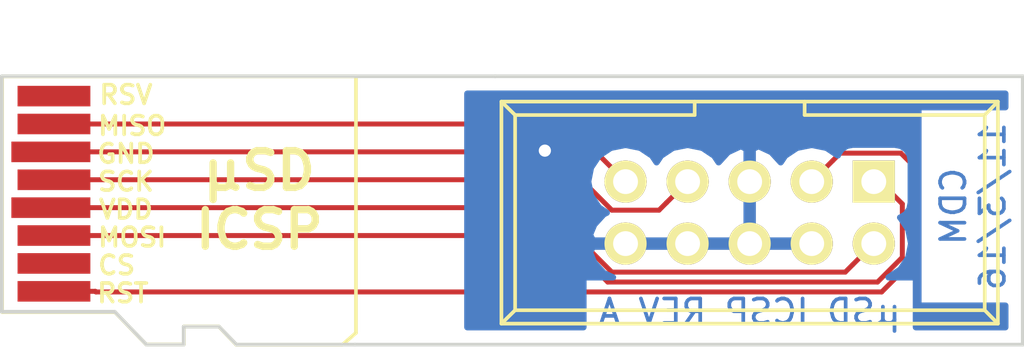
<source format=kicad_pcb>
(kicad_pcb (version 4) (host pcbnew 4.0.4+dfsg1-stable)

  (general
    (links 10)
    (no_connects 0)
    (area 126.861478 95.8038 168.985001 110.490001)
    (thickness 1.6)
    (drawings 17)
    (tracks 33)
    (zones 0)
    (modules 2)
    (nets 9)
  )

  (page A4)
  (layers
    (0 F.Cu signal)
    (31 B.Cu signal)
    (32 B.Adhes user)
    (33 F.Adhes user)
    (34 B.Paste user)
    (35 F.Paste user)
    (36 B.SilkS user)
    (37 F.SilkS user)
    (38 B.Mask user)
    (39 F.Mask user)
    (40 Dwgs.User user)
    (41 Cmts.User user)
    (42 Eco1.User user)
    (43 Eco2.User user)
    (44 Edge.Cuts user)
    (45 Margin user)
    (46 B.CrtYd user)
    (47 F.CrtYd user)
    (48 B.Fab user)
    (49 F.Fab user)
  )

  (setup
    (last_trace_width 0.2032)
    (trace_clearance 0.2032)
    (zone_clearance 0.508)
    (zone_45_only no)
    (trace_min 0.2)
    (segment_width 0.2)
    (edge_width 0.15)
    (via_size 1)
    (via_drill 0.5)
    (via_min_size 0.4)
    (via_min_drill 0.3)
    (uvia_size 0.3)
    (uvia_drill 0.1)
    (uvias_allowed no)
    (uvia_min_size 0)
    (uvia_min_drill 0)
    (pcb_text_width 0.3)
    (pcb_text_size 1.5 1.5)
    (mod_edge_width 0.15)
    (mod_text_size 1 1)
    (mod_text_width 0.15)
    (pad_size 1.524 1.524)
    (pad_drill 0.762)
    (pad_to_mask_clearance 0.2)
    (aux_axis_origin 0 0)
    (visible_elements FFFFFF7F)
    (pcbplotparams
      (layerselection 0x010f0_80000001)
      (usegerberextensions true)
      (excludeedgelayer true)
      (linewidth 0.100000)
      (plotframeref false)
      (viasonmask false)
      (mode 1)
      (useauxorigin false)
      (hpglpennumber 1)
      (hpglpenspeed 20)
      (hpglpendiameter 15)
      (hpglpenoverlay 2)
      (psnegative false)
      (psa4output false)
      (plotreference true)
      (plotvalue true)
      (plotinvisibletext false)
      (padsonsilk false)
      (subtractmaskfromsilk false)
      (outputformat 1)
      (mirror false)
      (drillshape 0)
      (scaleselection 1)
      (outputdirectory "ARCU ICSP REV A RELEASE GERBER"))
  )

  (net 0 "")
  (net 1 GND)
  (net 2 "Net-(P1-Pad2)")
  (net 3 MOSI)
  (net 4 VDD)
  (net 5 SCK)
  (net 6 MISO)
  (net 7 "Net-(P1-Pad8)")
  (net 8 RST)

  (net_class Default "This is the default net class."
    (clearance 0.2032)
    (trace_width 0.2032)
    (via_dia 1)
    (via_drill 0.5)
    (uvia_dia 0.3)
    (uvia_drill 0.1)
    (add_net GND)
    (add_net MISO)
    (add_net MOSI)
    (add_net "Net-(P1-Pad2)")
    (add_net "Net-(P1-Pad8)")
    (add_net RST)
    (add_net SCK)
    (add_net VDD)
  )

  (module Connect:IDC_Header_Straight_10pins (layer F.Cu) (tedit 581A6813) (tstamp 581A1B4A)
    (at 162.814 103.378 180)
    (descr "10 pins through hole IDC header")
    (tags "IDC header socket VASCH")
    (path /581A17FC)
    (fp_text reference P2 (at 18.034 3.302 180) (layer F.SilkS) hide
      (effects (font (size 1 1) (thickness 0.15)))
    )
    (fp_text value ICSP (at 5.08 5.223 180) (layer F.Fab)
      (effects (font (size 1 1) (thickness 0.15)))
    )
    (fp_line (start -5.08 -5.82) (end 15.24 -5.82) (layer F.SilkS) (width 0.15))
    (fp_line (start -4.54 -5.27) (end 14.68 -5.27) (layer F.SilkS) (width 0.15))
    (fp_line (start -5.08 3.28) (end 15.24 3.28) (layer F.SilkS) (width 0.15))
    (fp_line (start -4.54 2.73) (end 2.83 2.73) (layer F.SilkS) (width 0.15))
    (fp_line (start 7.33 2.73) (end 14.68 2.73) (layer F.SilkS) (width 0.15))
    (fp_line (start 2.83 2.73) (end 2.83 3.28) (layer F.SilkS) (width 0.15))
    (fp_line (start 7.33 2.73) (end 7.33 3.28) (layer F.SilkS) (width 0.15))
    (fp_line (start -5.08 -5.82) (end -5.08 3.28) (layer F.SilkS) (width 0.15))
    (fp_line (start -4.54 -5.27) (end -4.54 2.73) (layer F.SilkS) (width 0.15))
    (fp_line (start 15.24 -5.82) (end 15.24 3.28) (layer F.SilkS) (width 0.15))
    (fp_line (start 14.68 -5.27) (end 14.68 2.73) (layer F.SilkS) (width 0.15))
    (fp_line (start -5.08 -5.82) (end -4.54 -5.27) (layer F.SilkS) (width 0.15))
    (fp_line (start 15.24 -5.82) (end 14.68 -5.27) (layer F.SilkS) (width 0.15))
    (fp_line (start -5.08 3.28) (end -4.54 2.73) (layer F.SilkS) (width 0.15))
    (fp_line (start 15.24 3.28) (end 14.68 2.73) (layer F.SilkS) (width 0.15))
    (fp_line (start -5.35 -6.05) (end 15.5 -6.05) (layer F.CrtYd) (width 0.05))
    (fp_line (start 15.5 -6.05) (end 15.5 3.55) (layer F.CrtYd) (width 0.05))
    (fp_line (start 15.5 3.55) (end -5.35 3.55) (layer F.CrtYd) (width 0.05))
    (fp_line (start -5.35 3.55) (end -5.35 -6.05) (layer F.CrtYd) (width 0.05))
    (pad 1 thru_hole rect (at 0 0 180) (size 1.7272 1.7272) (drill 1.016) (layers *.Cu *.Mask F.SilkS)
      (net 3 MOSI))
    (pad 2 thru_hole oval (at 0 -2.54 180) (size 1.7272 1.7272) (drill 1.016) (layers *.Cu *.Mask F.SilkS)
      (net 4 VDD))
    (pad 3 thru_hole oval (at 2.54 0 180) (size 1.7272 1.7272) (drill 1.016) (layers *.Cu *.Mask F.SilkS)
      (net 8 RST))
    (pad 4 thru_hole oval (at 2.54 -2.54 180) (size 1.7272 1.7272) (drill 1.016) (layers *.Cu *.Mask F.SilkS)
      (net 1 GND))
    (pad 5 thru_hole oval (at 5.08 0 180) (size 1.7272 1.7272) (drill 1.016) (layers *.Cu *.Mask F.SilkS)
      (net 1 GND))
    (pad 6 thru_hole oval (at 5.08 -2.54 180) (size 1.7272 1.7272) (drill 1.016) (layers *.Cu *.Mask F.SilkS)
      (net 1 GND))
    (pad 7 thru_hole oval (at 7.62 0 180) (size 1.7272 1.7272) (drill 1.016) (layers *.Cu *.Mask F.SilkS)
      (net 5 SCK))
    (pad 8 thru_hole oval (at 7.62 -2.54 180) (size 1.7272 1.7272) (drill 1.016) (layers *.Cu *.Mask F.SilkS)
      (net 1 GND))
    (pad 9 thru_hole oval (at 10.16 0 180) (size 1.7272 1.7272) (drill 1.016) (layers *.Cu *.Mask F.SilkS)
      (net 6 MISO))
    (pad 10 thru_hole oval (at 10.16 -2.54 180) (size 1.7272 1.7272) (drill 1.016) (layers *.Cu *.Mask F.SilkS)
      (net 1 GND))
  )

  (module "UT ROCKETRY MOD:MicroSD" (layer F.Cu) (tedit 581A6745) (tstamp 581A1B37)
    (at 134.874 97.282)
    (path /581A1766)
    (fp_text reference P1 (at 5.588 2.794) (layer F.SilkS) hide
      (effects (font (size 1 1) (thickness 0.15)))
    )
    (fp_text value MicroSD (at 0 -0.5) (layer F.Fab)
      (effects (font (size 1 1) (thickness 0.15)))
    )
    (fp_text user SCK (at -2.667 6.096) (layer F.SilkS)
      (effects (font (size 0.762 0.762) (thickness 0.15)))
    )
    (fp_text user MOSI (at -2.413 8.382) (layer F.SilkS)
      (effects (font (size 0.762 0.762) (thickness 0.15)))
    )
    (fp_text user MISO (at -2.413 3.81) (layer F.SilkS)
      (effects (font (size 0.762 0.762) (thickness 0.15)))
    )
    (fp_text user VDD (at -2.667 7.239) (layer F.SilkS)
      (effects (font (size 0.762 0.762) (thickness 0.15)))
    )
    (fp_text user GND (at -2.667 4.953) (layer F.SilkS)
      (effects (font (size 0.762 0.762) (thickness 0.15)))
    )
    (fp_text user CS (at -3.048 9.525) (layer F.SilkS)
      (effects (font (size 0.762 0.762) (thickness 0.15)))
    )
    (fp_line (start -1.84035 12.768693) (end -3.121031 11.445558) (layer F.SilkS) (width 0.15))
    (fp_line (start -7.734321 1.782866) (end 6.746096 1.782866) (layer F.SilkS) (width 0.15))
    (fp_line (start 1.131397 12.032832) (end -0.297872 12.032832) (layer F.SilkS) (width 0.15))
    (fp_line (start 6.190442 12.782844) (end 1.846031 12.782844) (layer F.SilkS) (width 0.15))
    (fp_line (start -3.121031 11.445558) (end -7.734321 11.445558) (layer F.SilkS) (width 0.15))
    (fp_line (start 6.746096 12.295154) (end 6.190442 12.782844) (layer F.SilkS) (width 0.15))
    (fp_line (start 6.746096 1.782866) (end 6.746096 12.295154) (layer F.SilkS) (width 0.15))
    (fp_line (start 1.846031 12.782844) (end 1.131397 12.032832) (layer F.SilkS) (width 0.15))
    (fp_line (start -7.734321 11.445558) (end -7.734321 1.782866) (layer F.SilkS) (width 0.15))
    (fp_line (start -0.297872 12.032832) (end -0.297872 12.768693) (layer F.SilkS) (width 0.15))
    (fp_line (start -0.297872 12.768693) (end -1.84035 12.768693) (layer F.SilkS) (width 0.15))
    (pad 6 smd rect (at -5.7404 4.8768) (size 3.23342 0.84328) (layers F.Cu F.Paste F.Mask)
      (net 1 GND))
    (pad 1 smd rect (at -5.6134 10.5918) (size 2.97942 0.84328) (layers F.Cu F.Paste F.Mask)
      (net 8 RST))
    (pad 2 smd rect (at -5.6134 9.4488) (size 2.97942 0.84328) (layers F.Cu F.Paste F.Mask)
      (net 2 "Net-(P1-Pad2)"))
    (pad 3 smd rect (at -5.6134 8.3058) (size 2.97942 0.84328) (layers F.Cu F.Paste F.Mask)
      (net 3 MOSI))
    (pad 4 smd rect (at -5.7404 7.1628) (size 3.23342 0.84328) (layers F.Cu F.Paste F.Mask)
      (net 4 VDD))
    (pad 5 smd rect (at -5.6134 6.0198) (size 2.97942 0.84328) (layers F.Cu F.Paste F.Mask)
      (net 5 SCK))
    (pad 7 smd rect (at -5.6134 3.7338) (size 2.97942 0.84328) (layers F.Cu F.Paste F.Mask)
      (net 6 MISO))
    (pad 8 smd rect (at -5.6134 2.5908) (size 2.97942 0.84328) (layers F.Cu F.Paste F.Mask)
      (net 7 "Net-(P1-Pad8)"))
  )

  (gr_text "μSD ICSP REV A" (at 157.734 108.712) (layer B.Cu)
    (effects (font (size 1 1) (thickness 0.15)) (justify mirror))
  )
  (gr_text "CDM\n11/3/16" (at 166.878 104.394 90) (layer B.Cu)
    (effects (font (size 1 1) (thickness 0.15)) (justify mirror))
  )
  (gr_text "μSD\nICSP" (at 137.668 104.14) (layer F.SilkS)
    (effects (font (size 1.5 1.5) (thickness 0.3)))
  )
  (gr_text "RSV\n" (at 132.207 99.822) (layer F.SilkS) (tstamp 581A66BC)
    (effects (font (size 0.762 0.762) (thickness 0.15)))
  )
  (gr_text RST (at 132.08 107.95) (layer F.SilkS)
    (effects (font (size 0.762 0.762) (thickness 0.15)))
  )
  (gr_line (start 168.91 99.06) (end 168.91 110.0582) (layer Edge.Cuts) (width 0.15))
  (gr_line (start 141.5796 110.0582) (end 168.91 110.0582) (layer Edge.Cuts) (width 0.15))
  (gr_line (start 147.32 99.06) (end 168.91 99.06) (layer Edge.Cuts) (width 0.15))
  (gr_line (start 133.0452 110.0582) (end 134.5692 110.0582) (layer Edge.Cuts) (width 0.15))
  (gr_line (start 131.7498 108.712) (end 133.0452 110.0582) (layer Edge.Cuts) (width 0.15))
  (gr_line (start 127.127 108.712) (end 131.7498 108.712) (layer Edge.Cuts) (width 0.15))
  (gr_line (start 127.127 99.06) (end 127.127 108.712) (layer Edge.Cuts) (width 0.15))
  (gr_line (start 136.7282 110.0582) (end 141.5796 110.0582) (layer Edge.Cuts) (width 0.15))
  (gr_line (start 136.017 109.3216) (end 136.7282 110.0582) (layer Edge.Cuts) (width 0.15))
  (gr_line (start 134.5692 109.3216) (end 136.017 109.3216) (layer Edge.Cuts) (width 0.15))
  (gr_line (start 134.5692 110.0582) (end 134.5692 109.3216) (layer Edge.Cuts) (width 0.15))
  (gr_line (start 127.127 99.06) (end 147.32 99.06) (layer Edge.Cuts) (width 0.15))

  (segment (start 129.1336 102.1588) (end 149.3012 102.1588) (width 0.2032) (layer F.Cu) (net 1))
  (segment (start 149.3012 102.1588) (end 149.352 102.108) (width 0.2032) (layer F.Cu) (net 1))
  (via (at 149.352 102.108) (size 0.8) (drill 0.5) (layers F.Cu B.Cu) (net 1))
  (segment (start 129.2606 105.5878) (end 150.019816 105.5878) (width 0.2032) (layer F.Cu) (net 3))
  (segment (start 150.019816 105.5878) (end 151.924827 107.492811) (width 0.2032) (layer F.Cu) (net 3))
  (segment (start 151.924827 107.492811) (end 162.968423 107.492811) (width 0.2032) (layer F.Cu) (net 3))
  (segment (start 162.968423 107.492811) (end 163.982401 106.478833) (width 0.2032) (layer F.Cu) (net 3))
  (segment (start 163.982401 106.478833) (end 163.982401 104.292401) (width 0.2032) (layer F.Cu) (net 3))
  (segment (start 163.982401 104.292401) (end 163.068 103.378) (width 0.2032) (layer F.Cu) (net 3))
  (segment (start 163.068 103.378) (end 162.814 103.378) (width 0.2032) (layer F.Cu) (net 3))
  (segment (start 129.1336 104.4448) (end 149.451566 104.4448) (width 0.2032) (layer F.Cu) (net 4))
  (segment (start 149.451566 104.4448) (end 152.093167 107.086401) (width 0.2032) (layer F.Cu) (net 4))
  (segment (start 152.093167 107.086401) (end 161.645599 107.086401) (width 0.2032) (layer F.Cu) (net 4))
  (segment (start 161.645599 107.086401) (end 161.950401 106.781599) (width 0.2032) (layer F.Cu) (net 4))
  (segment (start 161.950401 106.781599) (end 162.814 105.918) (width 0.2032) (layer F.Cu) (net 4))
  (segment (start 129.2606 103.3018) (end 150.848566 103.3018) (width 0.2032) (layer F.Cu) (net 5))
  (segment (start 150.848566 103.3018) (end 152.093167 104.546401) (width 0.2032) (layer F.Cu) (net 5))
  (segment (start 152.093167 104.546401) (end 154.025599 104.546401) (width 0.2032) (layer F.Cu) (net 5))
  (segment (start 154.025599 104.546401) (end 154.330401 104.241599) (width 0.2032) (layer F.Cu) (net 5))
  (segment (start 154.330401 104.241599) (end 155.194 103.378) (width 0.2032) (layer F.Cu) (net 5))
  (segment (start 129.2606 101.0158) (end 150.2918 101.0158) (width 0.2032) (layer F.Cu) (net 6))
  (segment (start 150.2918 101.0158) (end 152.654 103.378) (width 0.2032) (layer F.Cu) (net 6))
  (segment (start 129.2606 107.8738) (end 130.95351 107.8738) (width 0.2032) (layer F.Cu) (net 8))
  (segment (start 130.95351 107.8738) (end 130.97893 107.89922) (width 0.2032) (layer F.Cu) (net 8))
  (segment (start 130.97893 107.89922) (end 163.136764 107.89922) (width 0.2032) (layer F.Cu) (net 8))
  (segment (start 163.136764 107.89922) (end 164.388811 106.647173) (width 0.2032) (layer F.Cu) (net 8))
  (segment (start 164.388811 106.647173) (end 164.388811 102.676969) (width 0.2032) (layer F.Cu) (net 8))
  (segment (start 164.388811 102.676969) (end 163.921441 102.209599) (width 0.2032) (layer F.Cu) (net 8))
  (segment (start 161.442401 102.209599) (end 161.137599 102.514401) (width 0.2032) (layer F.Cu) (net 8))
  (segment (start 161.137599 102.514401) (end 160.274 103.378) (width 0.2032) (layer F.Cu) (net 8))
  (segment (start 163.921441 102.209599) (end 161.442401 102.209599) (width 0.2032) (layer F.Cu) (net 8))
  (segment (start 129.2606 107.8738) (end 130.32867 107.8738) (width 0.2032) (layer F.Cu) (net 8))
  (segment (start 130.32867 107.8738) (end 130.35409 107.89922) (width 0.2032) (layer F.Cu) (net 8))

  (zone (net 2) (net_name "Net-(P1-Pad2)") (layer F.Cu) (tstamp 0) (hatch edge 0.508)
    (connect_pads (clearance 0.508))
    (min_thickness 0.254)
    (fill yes (arc_segments 16) (thermal_gap 0.508) (thermal_bridge_width 0.508))
    (polygon
      (pts
        (xy 146.05 99.06) (xy 168.91 99.06) (xy 168.91 110.49) (xy 146.05 110.49)
      )
    )
  )
  (zone (net 1) (net_name GND) (layer B.Cu) (tstamp 0) (hatch edge 0.508)
    (connect_pads (clearance 0.508))
    (min_thickness 0.254)
    (fill yes (arc_segments 16) (thermal_gap 0.508) (thermal_bridge_width 0.508))
    (polygon
      (pts
        (xy 146.05 99.06) (xy 168.91 99.06) (xy 168.91 110.49) (xy 146.05 110.49)
      )
    )
    (filled_polygon
      (pts
        (xy 168.2 100.330428) (xy 164.643 100.330428) (xy 164.643 108.457571) (xy 168.2 108.457571) (xy 168.2 109.3482)
        (xy 164.535667 109.3482) (xy 164.535667 107.302) (xy 163.417635 107.302) (xy 163.903029 106.97767) (xy 164.227885 106.491489)
        (xy 164.341959 105.918) (xy 164.227885 105.344511) (xy 163.903029 104.85833) (xy 163.889358 104.849195) (xy 163.912917 104.844762)
        (xy 164.129041 104.70569) (xy 164.274031 104.49349) (xy 164.32504 104.2416) (xy 164.32504 102.5144) (xy 164.280762 102.279083)
        (xy 164.14169 102.062959) (xy 163.92949 101.917969) (xy 163.6776 101.86696) (xy 161.9504 101.86696) (xy 161.715083 101.911238)
        (xy 161.498959 102.05031) (xy 161.353969 102.26251) (xy 161.345092 102.306345) (xy 160.876848 101.993474) (xy 160.303359 101.8794)
        (xy 160.244641 101.8794) (xy 159.671152 101.993474) (xy 159.184971 102.31833) (xy 159.004008 102.589161) (xy 158.62249 102.171179)
        (xy 158.093027 101.923032) (xy 157.861 102.043531) (xy 157.861 103.251) (xy 157.881 103.251) (xy 157.881 103.505)
        (xy 157.861 103.505) (xy 157.861 105.791) (xy 160.147 105.791) (xy 160.147 105.771) (xy 160.401 105.771)
        (xy 160.401 105.791) (xy 160.421 105.791) (xy 160.421 106.045) (xy 160.401 106.045) (xy 160.401 106.065)
        (xy 160.147 106.065) (xy 160.147 106.045) (xy 157.861 106.045) (xy 157.861 106.065) (xy 157.607 106.065)
        (xy 157.607 106.045) (xy 155.321 106.045) (xy 155.321 106.065) (xy 155.067 106.065) (xy 155.067 106.045)
        (xy 152.781 106.045) (xy 152.781 106.065) (xy 152.527 106.065) (xy 152.527 106.045) (xy 151.320183 106.045)
        (xy 151.199042 106.277026) (xy 151.371312 106.692947) (xy 151.76551 107.124821) (xy 152.143551 107.302) (xy 150.932333 107.302)
        (xy 150.932333 109.3482) (xy 146.177 109.3482) (xy 146.177 103.378) (xy 151.126041 103.378) (xy 151.240115 103.951489)
        (xy 151.564971 104.43767) (xy 151.888228 104.653664) (xy 151.76551 104.711179) (xy 151.371312 105.143053) (xy 151.199042 105.558974)
        (xy 151.320183 105.791) (xy 152.527 105.791) (xy 152.527 105.771) (xy 152.781 105.771) (xy 152.781 105.791)
        (xy 155.067 105.791) (xy 155.067 105.771) (xy 155.321 105.771) (xy 155.321 105.791) (xy 157.607 105.791)
        (xy 157.607 103.505) (xy 157.587 103.505) (xy 157.587 103.251) (xy 157.607 103.251) (xy 157.607 102.043531)
        (xy 157.374973 101.923032) (xy 156.84551 102.171179) (xy 156.463992 102.589161) (xy 156.283029 102.31833) (xy 155.796848 101.993474)
        (xy 155.223359 101.8794) (xy 155.164641 101.8794) (xy 154.591152 101.993474) (xy 154.104971 102.31833) (xy 153.924 102.589172)
        (xy 153.743029 102.31833) (xy 153.256848 101.993474) (xy 152.683359 101.8794) (xy 152.624641 101.8794) (xy 152.051152 101.993474)
        (xy 151.564971 102.31833) (xy 151.240115 102.804511) (xy 151.126041 103.378) (xy 146.177 103.378) (xy 146.177 99.77)
        (xy 168.2 99.77)
      )
    )
  )
)

</source>
